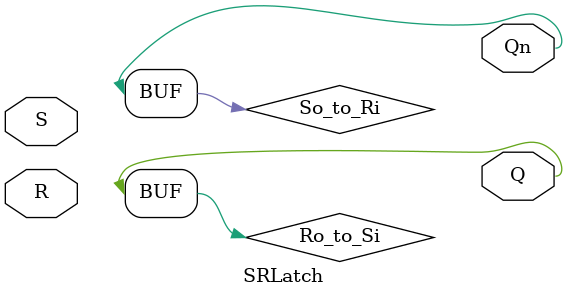
<source format=v>
`default_nettype none

module SRLatch(
    input wire S, R,
    output wire Q, Qn
);

// Gate level
// http://www.barrywatson.se/dd/dd_sr_latch_ungated.html
// OR
// http://www.eng.auburn.edu/~strouce/class/elec4200/flip-flop.pdf
wire So_to_Ri;
wire Ro_to_Si;

nor(S, Ro_to_Si, So_to_Ri);
nor(R, So_to_Ri, Ro_to_Si);

assign Qn = So_to_Ri;
assign Q = Ro_to_Si;

// Behaviour level
// Causes logic loop
// always @(*) begin
//     Q  = ~(R | Qn);
//     Qn = ~(S | Q);
// end

endmodule
</source>
